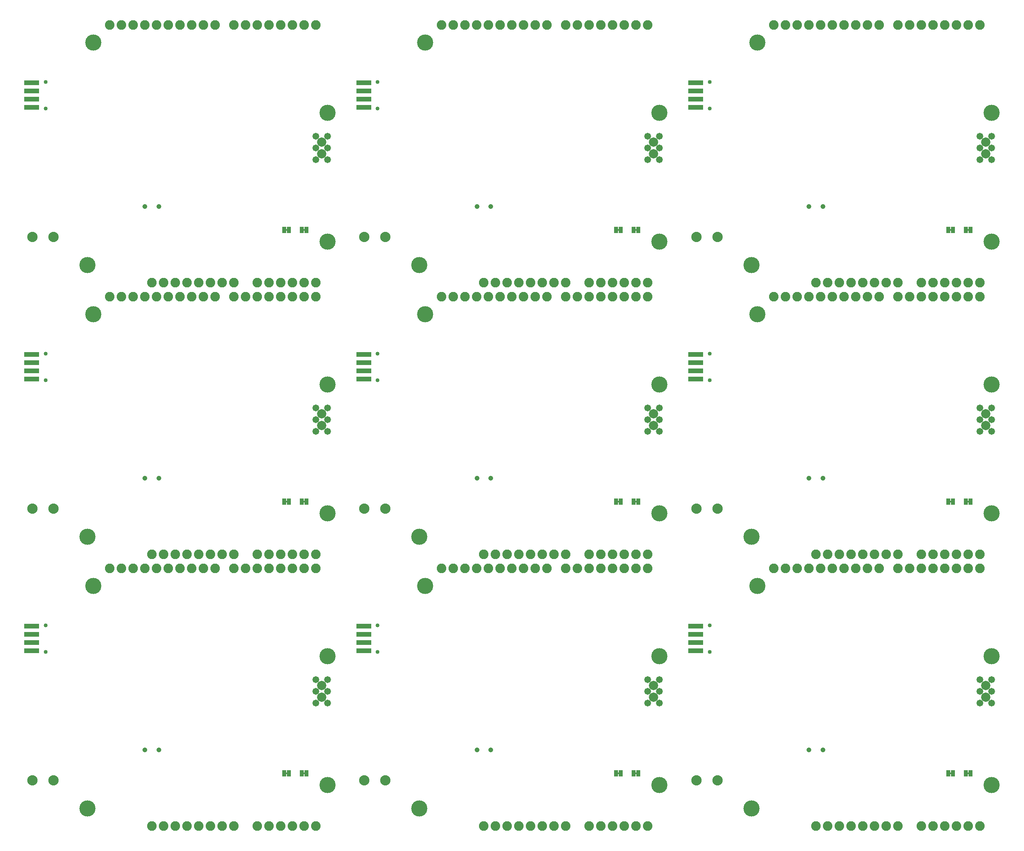
<source format=gbs>
G04 EAGLE Gerber RS-274X export*
G75*
%MOMM*%
%FSLAX34Y34*%
%LPD*%
%INSoldermask Bottom*%
%IPPOS*%
%AMOC8*
5,1,8,0,0,1.08239X$1,22.5*%
G01*
%ADD10C,3.505200*%
%ADD11C,2.003200*%
%ADD12C,1.473200*%
%ADD13C,2.235200*%
%ADD14C,0.853200*%
%ADD15R,0.838200X1.473200*%
%ADD16R,3.203200X1.103200*%
%ADD17C,1.053200*%
%ADD18C,2.082800*%

G36*
X611570Y1303667D02*
X611570Y1303667D01*
X611636Y1303669D01*
X611679Y1303687D01*
X611726Y1303695D01*
X611783Y1303729D01*
X611843Y1303754D01*
X611878Y1303785D01*
X611919Y1303810D01*
X611961Y1303861D01*
X612009Y1303905D01*
X612031Y1303947D01*
X612060Y1303984D01*
X612081Y1304046D01*
X612112Y1304105D01*
X612120Y1304159D01*
X612132Y1304196D01*
X612131Y1304236D01*
X612139Y1304290D01*
X612139Y1306830D01*
X612128Y1306895D01*
X612126Y1306961D01*
X612108Y1307004D01*
X612100Y1307051D01*
X612066Y1307108D01*
X612041Y1307168D01*
X612010Y1307203D01*
X611985Y1307244D01*
X611934Y1307286D01*
X611890Y1307334D01*
X611848Y1307356D01*
X611811Y1307385D01*
X611749Y1307406D01*
X611690Y1307437D01*
X611636Y1307445D01*
X611599Y1307457D01*
X611559Y1307456D01*
X611505Y1307464D01*
X607695Y1307464D01*
X607630Y1307453D01*
X607564Y1307451D01*
X607521Y1307433D01*
X607474Y1307425D01*
X607417Y1307391D01*
X607357Y1307366D01*
X607322Y1307335D01*
X607281Y1307310D01*
X607240Y1307259D01*
X607191Y1307215D01*
X607169Y1307173D01*
X607140Y1307136D01*
X607119Y1307074D01*
X607088Y1307015D01*
X607080Y1306961D01*
X607068Y1306924D01*
X607068Y1306921D01*
X607069Y1306884D01*
X607061Y1306830D01*
X607061Y1304290D01*
X607072Y1304225D01*
X607074Y1304159D01*
X607092Y1304116D01*
X607100Y1304069D01*
X607134Y1304012D01*
X607159Y1303952D01*
X607190Y1303917D01*
X607215Y1303876D01*
X607266Y1303835D01*
X607310Y1303786D01*
X607352Y1303764D01*
X607389Y1303735D01*
X607451Y1303714D01*
X607510Y1303683D01*
X607564Y1303675D01*
X607601Y1303663D01*
X607641Y1303664D01*
X607695Y1303656D01*
X611505Y1303656D01*
X611570Y1303667D01*
G37*
G36*
X1331660Y1303667D02*
X1331660Y1303667D01*
X1331726Y1303669D01*
X1331769Y1303687D01*
X1331816Y1303695D01*
X1331873Y1303729D01*
X1331933Y1303754D01*
X1331968Y1303785D01*
X1332009Y1303810D01*
X1332051Y1303861D01*
X1332099Y1303905D01*
X1332121Y1303947D01*
X1332150Y1303984D01*
X1332171Y1304046D01*
X1332202Y1304105D01*
X1332210Y1304159D01*
X1332222Y1304196D01*
X1332221Y1304236D01*
X1332229Y1304290D01*
X1332229Y1306830D01*
X1332218Y1306895D01*
X1332216Y1306961D01*
X1332198Y1307004D01*
X1332190Y1307051D01*
X1332156Y1307108D01*
X1332131Y1307168D01*
X1332100Y1307203D01*
X1332075Y1307244D01*
X1332024Y1307286D01*
X1331980Y1307334D01*
X1331938Y1307356D01*
X1331901Y1307385D01*
X1331839Y1307406D01*
X1331780Y1307437D01*
X1331726Y1307445D01*
X1331689Y1307457D01*
X1331649Y1307456D01*
X1331595Y1307464D01*
X1327785Y1307464D01*
X1327720Y1307453D01*
X1327654Y1307451D01*
X1327611Y1307433D01*
X1327564Y1307425D01*
X1327507Y1307391D01*
X1327447Y1307366D01*
X1327412Y1307335D01*
X1327371Y1307310D01*
X1327330Y1307259D01*
X1327281Y1307215D01*
X1327259Y1307173D01*
X1327230Y1307136D01*
X1327209Y1307074D01*
X1327178Y1307015D01*
X1327170Y1306961D01*
X1327158Y1306924D01*
X1327158Y1306921D01*
X1327159Y1306884D01*
X1327151Y1306830D01*
X1327151Y1304290D01*
X1327162Y1304225D01*
X1327164Y1304159D01*
X1327182Y1304116D01*
X1327190Y1304069D01*
X1327224Y1304012D01*
X1327249Y1303952D01*
X1327280Y1303917D01*
X1327305Y1303876D01*
X1327356Y1303835D01*
X1327400Y1303786D01*
X1327442Y1303764D01*
X1327479Y1303735D01*
X1327541Y1303714D01*
X1327600Y1303683D01*
X1327654Y1303675D01*
X1327691Y1303663D01*
X1327731Y1303664D01*
X1327785Y1303656D01*
X1331595Y1303656D01*
X1331660Y1303667D01*
G37*
G36*
X573470Y1303667D02*
X573470Y1303667D01*
X573536Y1303669D01*
X573579Y1303687D01*
X573626Y1303695D01*
X573683Y1303729D01*
X573743Y1303754D01*
X573778Y1303785D01*
X573819Y1303810D01*
X573861Y1303861D01*
X573909Y1303905D01*
X573931Y1303947D01*
X573960Y1303984D01*
X573981Y1304046D01*
X574012Y1304105D01*
X574020Y1304159D01*
X574032Y1304196D01*
X574031Y1304236D01*
X574039Y1304290D01*
X574039Y1306830D01*
X574028Y1306895D01*
X574026Y1306961D01*
X574008Y1307004D01*
X574000Y1307051D01*
X573966Y1307108D01*
X573941Y1307168D01*
X573910Y1307203D01*
X573885Y1307244D01*
X573834Y1307286D01*
X573790Y1307334D01*
X573748Y1307356D01*
X573711Y1307385D01*
X573649Y1307406D01*
X573590Y1307437D01*
X573536Y1307445D01*
X573499Y1307457D01*
X573459Y1307456D01*
X573405Y1307464D01*
X569595Y1307464D01*
X569530Y1307453D01*
X569464Y1307451D01*
X569421Y1307433D01*
X569374Y1307425D01*
X569317Y1307391D01*
X569257Y1307366D01*
X569222Y1307335D01*
X569181Y1307310D01*
X569140Y1307259D01*
X569091Y1307215D01*
X569069Y1307173D01*
X569040Y1307136D01*
X569019Y1307074D01*
X568988Y1307015D01*
X568980Y1306961D01*
X568968Y1306924D01*
X568968Y1306921D01*
X568969Y1306884D01*
X568961Y1306830D01*
X568961Y1304290D01*
X568972Y1304225D01*
X568974Y1304159D01*
X568992Y1304116D01*
X569000Y1304069D01*
X569034Y1304012D01*
X569059Y1303952D01*
X569090Y1303917D01*
X569115Y1303876D01*
X569166Y1303835D01*
X569210Y1303786D01*
X569252Y1303764D01*
X569289Y1303735D01*
X569351Y1303714D01*
X569410Y1303683D01*
X569464Y1303675D01*
X569501Y1303663D01*
X569541Y1303664D01*
X569595Y1303656D01*
X573405Y1303656D01*
X573470Y1303667D01*
G37*
G36*
X2051750Y1303667D02*
X2051750Y1303667D01*
X2051816Y1303669D01*
X2051859Y1303687D01*
X2051906Y1303695D01*
X2051963Y1303729D01*
X2052023Y1303754D01*
X2052058Y1303785D01*
X2052099Y1303810D01*
X2052141Y1303861D01*
X2052189Y1303905D01*
X2052211Y1303947D01*
X2052240Y1303984D01*
X2052261Y1304046D01*
X2052292Y1304105D01*
X2052300Y1304159D01*
X2052312Y1304196D01*
X2052311Y1304236D01*
X2052319Y1304290D01*
X2052319Y1306830D01*
X2052308Y1306895D01*
X2052306Y1306961D01*
X2052288Y1307004D01*
X2052280Y1307051D01*
X2052246Y1307108D01*
X2052221Y1307168D01*
X2052190Y1307203D01*
X2052165Y1307244D01*
X2052114Y1307286D01*
X2052070Y1307334D01*
X2052028Y1307356D01*
X2051991Y1307385D01*
X2051929Y1307406D01*
X2051870Y1307437D01*
X2051816Y1307445D01*
X2051779Y1307457D01*
X2051739Y1307456D01*
X2051685Y1307464D01*
X2047875Y1307464D01*
X2047810Y1307453D01*
X2047744Y1307451D01*
X2047701Y1307433D01*
X2047654Y1307425D01*
X2047597Y1307391D01*
X2047537Y1307366D01*
X2047502Y1307335D01*
X2047461Y1307310D01*
X2047420Y1307259D01*
X2047371Y1307215D01*
X2047349Y1307173D01*
X2047320Y1307136D01*
X2047299Y1307074D01*
X2047268Y1307015D01*
X2047260Y1306961D01*
X2047248Y1306924D01*
X2047248Y1306921D01*
X2047249Y1306884D01*
X2047241Y1306830D01*
X2047241Y1304290D01*
X2047252Y1304225D01*
X2047254Y1304159D01*
X2047272Y1304116D01*
X2047280Y1304069D01*
X2047314Y1304012D01*
X2047339Y1303952D01*
X2047370Y1303917D01*
X2047395Y1303876D01*
X2047446Y1303835D01*
X2047490Y1303786D01*
X2047532Y1303764D01*
X2047569Y1303735D01*
X2047631Y1303714D01*
X2047690Y1303683D01*
X2047744Y1303675D01*
X2047781Y1303663D01*
X2047821Y1303664D01*
X2047875Y1303656D01*
X2051685Y1303656D01*
X2051750Y1303667D01*
G37*
G36*
X2013650Y1303667D02*
X2013650Y1303667D01*
X2013716Y1303669D01*
X2013759Y1303687D01*
X2013806Y1303695D01*
X2013863Y1303729D01*
X2013923Y1303754D01*
X2013958Y1303785D01*
X2013999Y1303810D01*
X2014041Y1303861D01*
X2014089Y1303905D01*
X2014111Y1303947D01*
X2014140Y1303984D01*
X2014161Y1304046D01*
X2014192Y1304105D01*
X2014200Y1304159D01*
X2014212Y1304196D01*
X2014211Y1304236D01*
X2014219Y1304290D01*
X2014219Y1306830D01*
X2014208Y1306895D01*
X2014206Y1306961D01*
X2014188Y1307004D01*
X2014180Y1307051D01*
X2014146Y1307108D01*
X2014121Y1307168D01*
X2014090Y1307203D01*
X2014065Y1307244D01*
X2014014Y1307286D01*
X2013970Y1307334D01*
X2013928Y1307356D01*
X2013891Y1307385D01*
X2013829Y1307406D01*
X2013770Y1307437D01*
X2013716Y1307445D01*
X2013679Y1307457D01*
X2013639Y1307456D01*
X2013585Y1307464D01*
X2009775Y1307464D01*
X2009710Y1307453D01*
X2009644Y1307451D01*
X2009601Y1307433D01*
X2009554Y1307425D01*
X2009497Y1307391D01*
X2009437Y1307366D01*
X2009402Y1307335D01*
X2009361Y1307310D01*
X2009320Y1307259D01*
X2009271Y1307215D01*
X2009249Y1307173D01*
X2009220Y1307136D01*
X2009199Y1307074D01*
X2009168Y1307015D01*
X2009160Y1306961D01*
X2009148Y1306924D01*
X2009148Y1306921D01*
X2009149Y1306884D01*
X2009141Y1306830D01*
X2009141Y1304290D01*
X2009152Y1304225D01*
X2009154Y1304159D01*
X2009172Y1304116D01*
X2009180Y1304069D01*
X2009214Y1304012D01*
X2009239Y1303952D01*
X2009270Y1303917D01*
X2009295Y1303876D01*
X2009346Y1303835D01*
X2009390Y1303786D01*
X2009432Y1303764D01*
X2009469Y1303735D01*
X2009531Y1303714D01*
X2009590Y1303683D01*
X2009644Y1303675D01*
X2009681Y1303663D01*
X2009721Y1303664D01*
X2009775Y1303656D01*
X2013585Y1303656D01*
X2013650Y1303667D01*
G37*
G36*
X1293560Y1303667D02*
X1293560Y1303667D01*
X1293626Y1303669D01*
X1293669Y1303687D01*
X1293716Y1303695D01*
X1293773Y1303729D01*
X1293833Y1303754D01*
X1293868Y1303785D01*
X1293909Y1303810D01*
X1293951Y1303861D01*
X1293999Y1303905D01*
X1294021Y1303947D01*
X1294050Y1303984D01*
X1294071Y1304046D01*
X1294102Y1304105D01*
X1294110Y1304159D01*
X1294122Y1304196D01*
X1294121Y1304236D01*
X1294129Y1304290D01*
X1294129Y1306830D01*
X1294118Y1306895D01*
X1294116Y1306961D01*
X1294098Y1307004D01*
X1294090Y1307051D01*
X1294056Y1307108D01*
X1294031Y1307168D01*
X1294000Y1307203D01*
X1293975Y1307244D01*
X1293924Y1307286D01*
X1293880Y1307334D01*
X1293838Y1307356D01*
X1293801Y1307385D01*
X1293739Y1307406D01*
X1293680Y1307437D01*
X1293626Y1307445D01*
X1293589Y1307457D01*
X1293549Y1307456D01*
X1293495Y1307464D01*
X1289685Y1307464D01*
X1289620Y1307453D01*
X1289554Y1307451D01*
X1289511Y1307433D01*
X1289464Y1307425D01*
X1289407Y1307391D01*
X1289347Y1307366D01*
X1289312Y1307335D01*
X1289271Y1307310D01*
X1289230Y1307259D01*
X1289181Y1307215D01*
X1289159Y1307173D01*
X1289130Y1307136D01*
X1289109Y1307074D01*
X1289078Y1307015D01*
X1289070Y1306961D01*
X1289058Y1306924D01*
X1289058Y1306921D01*
X1289059Y1306884D01*
X1289051Y1306830D01*
X1289051Y1304290D01*
X1289062Y1304225D01*
X1289064Y1304159D01*
X1289082Y1304116D01*
X1289090Y1304069D01*
X1289124Y1304012D01*
X1289149Y1303952D01*
X1289180Y1303917D01*
X1289205Y1303876D01*
X1289256Y1303835D01*
X1289300Y1303786D01*
X1289342Y1303764D01*
X1289379Y1303735D01*
X1289441Y1303714D01*
X1289500Y1303683D01*
X1289554Y1303675D01*
X1289591Y1303663D01*
X1289631Y1303664D01*
X1289685Y1303656D01*
X1293495Y1303656D01*
X1293560Y1303667D01*
G37*
G36*
X1293560Y714387D02*
X1293560Y714387D01*
X1293626Y714389D01*
X1293669Y714407D01*
X1293716Y714415D01*
X1293773Y714449D01*
X1293833Y714474D01*
X1293868Y714505D01*
X1293909Y714530D01*
X1293951Y714581D01*
X1293999Y714625D01*
X1294021Y714667D01*
X1294050Y714704D01*
X1294071Y714766D01*
X1294102Y714825D01*
X1294110Y714879D01*
X1294122Y714916D01*
X1294121Y714956D01*
X1294129Y715010D01*
X1294129Y717550D01*
X1294118Y717615D01*
X1294116Y717681D01*
X1294098Y717724D01*
X1294090Y717771D01*
X1294056Y717828D01*
X1294031Y717888D01*
X1294000Y717923D01*
X1293975Y717964D01*
X1293924Y718006D01*
X1293880Y718054D01*
X1293838Y718076D01*
X1293801Y718105D01*
X1293739Y718126D01*
X1293680Y718157D01*
X1293626Y718165D01*
X1293589Y718177D01*
X1293549Y718176D01*
X1293495Y718184D01*
X1289685Y718184D01*
X1289620Y718173D01*
X1289554Y718171D01*
X1289511Y718153D01*
X1289464Y718145D01*
X1289407Y718111D01*
X1289347Y718086D01*
X1289312Y718055D01*
X1289271Y718030D01*
X1289230Y717979D01*
X1289181Y717935D01*
X1289159Y717893D01*
X1289130Y717856D01*
X1289109Y717794D01*
X1289078Y717735D01*
X1289070Y717681D01*
X1289058Y717644D01*
X1289058Y717641D01*
X1289059Y717604D01*
X1289051Y717550D01*
X1289051Y715010D01*
X1289062Y714945D01*
X1289064Y714879D01*
X1289082Y714836D01*
X1289090Y714789D01*
X1289124Y714732D01*
X1289149Y714672D01*
X1289180Y714637D01*
X1289205Y714596D01*
X1289256Y714555D01*
X1289300Y714506D01*
X1289342Y714484D01*
X1289379Y714455D01*
X1289441Y714434D01*
X1289500Y714403D01*
X1289554Y714395D01*
X1289591Y714383D01*
X1289631Y714384D01*
X1289685Y714376D01*
X1293495Y714376D01*
X1293560Y714387D01*
G37*
G36*
X2013650Y714387D02*
X2013650Y714387D01*
X2013716Y714389D01*
X2013759Y714407D01*
X2013806Y714415D01*
X2013863Y714449D01*
X2013923Y714474D01*
X2013958Y714505D01*
X2013999Y714530D01*
X2014041Y714581D01*
X2014089Y714625D01*
X2014111Y714667D01*
X2014140Y714704D01*
X2014161Y714766D01*
X2014192Y714825D01*
X2014200Y714879D01*
X2014212Y714916D01*
X2014211Y714956D01*
X2014219Y715010D01*
X2014219Y717550D01*
X2014208Y717615D01*
X2014206Y717681D01*
X2014188Y717724D01*
X2014180Y717771D01*
X2014146Y717828D01*
X2014121Y717888D01*
X2014090Y717923D01*
X2014065Y717964D01*
X2014014Y718006D01*
X2013970Y718054D01*
X2013928Y718076D01*
X2013891Y718105D01*
X2013829Y718126D01*
X2013770Y718157D01*
X2013716Y718165D01*
X2013679Y718177D01*
X2013639Y718176D01*
X2013585Y718184D01*
X2009775Y718184D01*
X2009710Y718173D01*
X2009644Y718171D01*
X2009601Y718153D01*
X2009554Y718145D01*
X2009497Y718111D01*
X2009437Y718086D01*
X2009402Y718055D01*
X2009361Y718030D01*
X2009320Y717979D01*
X2009271Y717935D01*
X2009249Y717893D01*
X2009220Y717856D01*
X2009199Y717794D01*
X2009168Y717735D01*
X2009160Y717681D01*
X2009148Y717644D01*
X2009148Y717641D01*
X2009149Y717604D01*
X2009141Y717550D01*
X2009141Y715010D01*
X2009152Y714945D01*
X2009154Y714879D01*
X2009172Y714836D01*
X2009180Y714789D01*
X2009214Y714732D01*
X2009239Y714672D01*
X2009270Y714637D01*
X2009295Y714596D01*
X2009346Y714555D01*
X2009390Y714506D01*
X2009432Y714484D01*
X2009469Y714455D01*
X2009531Y714434D01*
X2009590Y714403D01*
X2009644Y714395D01*
X2009681Y714383D01*
X2009721Y714384D01*
X2009775Y714376D01*
X2013585Y714376D01*
X2013650Y714387D01*
G37*
G36*
X573470Y714387D02*
X573470Y714387D01*
X573536Y714389D01*
X573579Y714407D01*
X573626Y714415D01*
X573683Y714449D01*
X573743Y714474D01*
X573778Y714505D01*
X573819Y714530D01*
X573861Y714581D01*
X573909Y714625D01*
X573931Y714667D01*
X573960Y714704D01*
X573981Y714766D01*
X574012Y714825D01*
X574020Y714879D01*
X574032Y714916D01*
X574031Y714956D01*
X574039Y715010D01*
X574039Y717550D01*
X574028Y717615D01*
X574026Y717681D01*
X574008Y717724D01*
X574000Y717771D01*
X573966Y717828D01*
X573941Y717888D01*
X573910Y717923D01*
X573885Y717964D01*
X573834Y718006D01*
X573790Y718054D01*
X573748Y718076D01*
X573711Y718105D01*
X573649Y718126D01*
X573590Y718157D01*
X573536Y718165D01*
X573499Y718177D01*
X573459Y718176D01*
X573405Y718184D01*
X569595Y718184D01*
X569530Y718173D01*
X569464Y718171D01*
X569421Y718153D01*
X569374Y718145D01*
X569317Y718111D01*
X569257Y718086D01*
X569222Y718055D01*
X569181Y718030D01*
X569140Y717979D01*
X569091Y717935D01*
X569069Y717893D01*
X569040Y717856D01*
X569019Y717794D01*
X568988Y717735D01*
X568980Y717681D01*
X568968Y717644D01*
X568968Y717641D01*
X568969Y717604D01*
X568961Y717550D01*
X568961Y715010D01*
X568972Y714945D01*
X568974Y714879D01*
X568992Y714836D01*
X569000Y714789D01*
X569034Y714732D01*
X569059Y714672D01*
X569090Y714637D01*
X569115Y714596D01*
X569166Y714555D01*
X569210Y714506D01*
X569252Y714484D01*
X569289Y714455D01*
X569351Y714434D01*
X569410Y714403D01*
X569464Y714395D01*
X569501Y714383D01*
X569541Y714384D01*
X569595Y714376D01*
X573405Y714376D01*
X573470Y714387D01*
G37*
G36*
X611570Y714387D02*
X611570Y714387D01*
X611636Y714389D01*
X611679Y714407D01*
X611726Y714415D01*
X611783Y714449D01*
X611843Y714474D01*
X611878Y714505D01*
X611919Y714530D01*
X611961Y714581D01*
X612009Y714625D01*
X612031Y714667D01*
X612060Y714704D01*
X612081Y714766D01*
X612112Y714825D01*
X612120Y714879D01*
X612132Y714916D01*
X612131Y714956D01*
X612139Y715010D01*
X612139Y717550D01*
X612128Y717615D01*
X612126Y717681D01*
X612108Y717724D01*
X612100Y717771D01*
X612066Y717828D01*
X612041Y717888D01*
X612010Y717923D01*
X611985Y717964D01*
X611934Y718006D01*
X611890Y718054D01*
X611848Y718076D01*
X611811Y718105D01*
X611749Y718126D01*
X611690Y718157D01*
X611636Y718165D01*
X611599Y718177D01*
X611559Y718176D01*
X611505Y718184D01*
X607695Y718184D01*
X607630Y718173D01*
X607564Y718171D01*
X607521Y718153D01*
X607474Y718145D01*
X607417Y718111D01*
X607357Y718086D01*
X607322Y718055D01*
X607281Y718030D01*
X607240Y717979D01*
X607191Y717935D01*
X607169Y717893D01*
X607140Y717856D01*
X607119Y717794D01*
X607088Y717735D01*
X607080Y717681D01*
X607068Y717644D01*
X607068Y717641D01*
X607069Y717604D01*
X607061Y717550D01*
X607061Y715010D01*
X607072Y714945D01*
X607074Y714879D01*
X607092Y714836D01*
X607100Y714789D01*
X607134Y714732D01*
X607159Y714672D01*
X607190Y714637D01*
X607215Y714596D01*
X607266Y714555D01*
X607310Y714506D01*
X607352Y714484D01*
X607389Y714455D01*
X607451Y714434D01*
X607510Y714403D01*
X607564Y714395D01*
X607601Y714383D01*
X607641Y714384D01*
X607695Y714376D01*
X611505Y714376D01*
X611570Y714387D01*
G37*
G36*
X2051750Y714387D02*
X2051750Y714387D01*
X2051816Y714389D01*
X2051859Y714407D01*
X2051906Y714415D01*
X2051963Y714449D01*
X2052023Y714474D01*
X2052058Y714505D01*
X2052099Y714530D01*
X2052141Y714581D01*
X2052189Y714625D01*
X2052211Y714667D01*
X2052240Y714704D01*
X2052261Y714766D01*
X2052292Y714825D01*
X2052300Y714879D01*
X2052312Y714916D01*
X2052311Y714956D01*
X2052319Y715010D01*
X2052319Y717550D01*
X2052308Y717615D01*
X2052306Y717681D01*
X2052288Y717724D01*
X2052280Y717771D01*
X2052246Y717828D01*
X2052221Y717888D01*
X2052190Y717923D01*
X2052165Y717964D01*
X2052114Y718006D01*
X2052070Y718054D01*
X2052028Y718076D01*
X2051991Y718105D01*
X2051929Y718126D01*
X2051870Y718157D01*
X2051816Y718165D01*
X2051779Y718177D01*
X2051739Y718176D01*
X2051685Y718184D01*
X2047875Y718184D01*
X2047810Y718173D01*
X2047744Y718171D01*
X2047701Y718153D01*
X2047654Y718145D01*
X2047597Y718111D01*
X2047537Y718086D01*
X2047502Y718055D01*
X2047461Y718030D01*
X2047420Y717979D01*
X2047371Y717935D01*
X2047349Y717893D01*
X2047320Y717856D01*
X2047299Y717794D01*
X2047268Y717735D01*
X2047260Y717681D01*
X2047248Y717644D01*
X2047248Y717641D01*
X2047249Y717604D01*
X2047241Y717550D01*
X2047241Y715010D01*
X2047252Y714945D01*
X2047254Y714879D01*
X2047272Y714836D01*
X2047280Y714789D01*
X2047314Y714732D01*
X2047339Y714672D01*
X2047370Y714637D01*
X2047395Y714596D01*
X2047446Y714555D01*
X2047490Y714506D01*
X2047532Y714484D01*
X2047569Y714455D01*
X2047631Y714434D01*
X2047690Y714403D01*
X2047744Y714395D01*
X2047781Y714383D01*
X2047821Y714384D01*
X2047875Y714376D01*
X2051685Y714376D01*
X2051750Y714387D01*
G37*
G36*
X1331660Y714387D02*
X1331660Y714387D01*
X1331726Y714389D01*
X1331769Y714407D01*
X1331816Y714415D01*
X1331873Y714449D01*
X1331933Y714474D01*
X1331968Y714505D01*
X1332009Y714530D01*
X1332051Y714581D01*
X1332099Y714625D01*
X1332121Y714667D01*
X1332150Y714704D01*
X1332171Y714766D01*
X1332202Y714825D01*
X1332210Y714879D01*
X1332222Y714916D01*
X1332221Y714956D01*
X1332229Y715010D01*
X1332229Y717550D01*
X1332218Y717615D01*
X1332216Y717681D01*
X1332198Y717724D01*
X1332190Y717771D01*
X1332156Y717828D01*
X1332131Y717888D01*
X1332100Y717923D01*
X1332075Y717964D01*
X1332024Y718006D01*
X1331980Y718054D01*
X1331938Y718076D01*
X1331901Y718105D01*
X1331839Y718126D01*
X1331780Y718157D01*
X1331726Y718165D01*
X1331689Y718177D01*
X1331649Y718176D01*
X1331595Y718184D01*
X1327785Y718184D01*
X1327720Y718173D01*
X1327654Y718171D01*
X1327611Y718153D01*
X1327564Y718145D01*
X1327507Y718111D01*
X1327447Y718086D01*
X1327412Y718055D01*
X1327371Y718030D01*
X1327330Y717979D01*
X1327281Y717935D01*
X1327259Y717893D01*
X1327230Y717856D01*
X1327209Y717794D01*
X1327178Y717735D01*
X1327170Y717681D01*
X1327158Y717644D01*
X1327158Y717641D01*
X1327159Y717604D01*
X1327151Y717550D01*
X1327151Y715010D01*
X1327162Y714945D01*
X1327164Y714879D01*
X1327182Y714836D01*
X1327190Y714789D01*
X1327224Y714732D01*
X1327249Y714672D01*
X1327280Y714637D01*
X1327305Y714596D01*
X1327356Y714555D01*
X1327400Y714506D01*
X1327442Y714484D01*
X1327479Y714455D01*
X1327541Y714434D01*
X1327600Y714403D01*
X1327654Y714395D01*
X1327691Y714383D01*
X1327731Y714384D01*
X1327785Y714376D01*
X1331595Y714376D01*
X1331660Y714387D01*
G37*
G36*
X2051750Y125107D02*
X2051750Y125107D01*
X2051816Y125109D01*
X2051859Y125127D01*
X2051906Y125135D01*
X2051963Y125169D01*
X2052023Y125194D01*
X2052058Y125225D01*
X2052099Y125250D01*
X2052141Y125301D01*
X2052189Y125345D01*
X2052211Y125387D01*
X2052240Y125424D01*
X2052261Y125486D01*
X2052292Y125545D01*
X2052300Y125599D01*
X2052312Y125636D01*
X2052311Y125676D01*
X2052319Y125730D01*
X2052319Y128270D01*
X2052308Y128335D01*
X2052306Y128401D01*
X2052288Y128444D01*
X2052280Y128491D01*
X2052246Y128548D01*
X2052221Y128608D01*
X2052190Y128643D01*
X2052165Y128684D01*
X2052114Y128726D01*
X2052070Y128774D01*
X2052028Y128796D01*
X2051991Y128825D01*
X2051929Y128846D01*
X2051870Y128877D01*
X2051816Y128885D01*
X2051779Y128897D01*
X2051739Y128896D01*
X2051685Y128904D01*
X2047875Y128904D01*
X2047810Y128893D01*
X2047744Y128891D01*
X2047701Y128873D01*
X2047654Y128865D01*
X2047597Y128831D01*
X2047537Y128806D01*
X2047502Y128775D01*
X2047461Y128750D01*
X2047420Y128699D01*
X2047371Y128655D01*
X2047349Y128613D01*
X2047320Y128576D01*
X2047299Y128514D01*
X2047268Y128455D01*
X2047260Y128401D01*
X2047248Y128364D01*
X2047248Y128361D01*
X2047249Y128324D01*
X2047241Y128270D01*
X2047241Y125730D01*
X2047252Y125665D01*
X2047254Y125599D01*
X2047272Y125556D01*
X2047280Y125509D01*
X2047314Y125452D01*
X2047339Y125392D01*
X2047370Y125357D01*
X2047395Y125316D01*
X2047446Y125275D01*
X2047490Y125226D01*
X2047532Y125204D01*
X2047569Y125175D01*
X2047631Y125154D01*
X2047690Y125123D01*
X2047744Y125115D01*
X2047781Y125103D01*
X2047821Y125104D01*
X2047875Y125096D01*
X2051685Y125096D01*
X2051750Y125107D01*
G37*
G36*
X2013650Y125107D02*
X2013650Y125107D01*
X2013716Y125109D01*
X2013759Y125127D01*
X2013806Y125135D01*
X2013863Y125169D01*
X2013923Y125194D01*
X2013958Y125225D01*
X2013999Y125250D01*
X2014041Y125301D01*
X2014089Y125345D01*
X2014111Y125387D01*
X2014140Y125424D01*
X2014161Y125486D01*
X2014192Y125545D01*
X2014200Y125599D01*
X2014212Y125636D01*
X2014211Y125676D01*
X2014219Y125730D01*
X2014219Y128270D01*
X2014208Y128335D01*
X2014206Y128401D01*
X2014188Y128444D01*
X2014180Y128491D01*
X2014146Y128548D01*
X2014121Y128608D01*
X2014090Y128643D01*
X2014065Y128684D01*
X2014014Y128726D01*
X2013970Y128774D01*
X2013928Y128796D01*
X2013891Y128825D01*
X2013829Y128846D01*
X2013770Y128877D01*
X2013716Y128885D01*
X2013679Y128897D01*
X2013639Y128896D01*
X2013585Y128904D01*
X2009775Y128904D01*
X2009710Y128893D01*
X2009644Y128891D01*
X2009601Y128873D01*
X2009554Y128865D01*
X2009497Y128831D01*
X2009437Y128806D01*
X2009402Y128775D01*
X2009361Y128750D01*
X2009320Y128699D01*
X2009271Y128655D01*
X2009249Y128613D01*
X2009220Y128576D01*
X2009199Y128514D01*
X2009168Y128455D01*
X2009160Y128401D01*
X2009148Y128364D01*
X2009148Y128361D01*
X2009149Y128324D01*
X2009141Y128270D01*
X2009141Y125730D01*
X2009152Y125665D01*
X2009154Y125599D01*
X2009172Y125556D01*
X2009180Y125509D01*
X2009214Y125452D01*
X2009239Y125392D01*
X2009270Y125357D01*
X2009295Y125316D01*
X2009346Y125275D01*
X2009390Y125226D01*
X2009432Y125204D01*
X2009469Y125175D01*
X2009531Y125154D01*
X2009590Y125123D01*
X2009644Y125115D01*
X2009681Y125103D01*
X2009721Y125104D01*
X2009775Y125096D01*
X2013585Y125096D01*
X2013650Y125107D01*
G37*
G36*
X1331660Y125107D02*
X1331660Y125107D01*
X1331726Y125109D01*
X1331769Y125127D01*
X1331816Y125135D01*
X1331873Y125169D01*
X1331933Y125194D01*
X1331968Y125225D01*
X1332009Y125250D01*
X1332051Y125301D01*
X1332099Y125345D01*
X1332121Y125387D01*
X1332150Y125424D01*
X1332171Y125486D01*
X1332202Y125545D01*
X1332210Y125599D01*
X1332222Y125636D01*
X1332221Y125676D01*
X1332229Y125730D01*
X1332229Y128270D01*
X1332218Y128335D01*
X1332216Y128401D01*
X1332198Y128444D01*
X1332190Y128491D01*
X1332156Y128548D01*
X1332131Y128608D01*
X1332100Y128643D01*
X1332075Y128684D01*
X1332024Y128726D01*
X1331980Y128774D01*
X1331938Y128796D01*
X1331901Y128825D01*
X1331839Y128846D01*
X1331780Y128877D01*
X1331726Y128885D01*
X1331689Y128897D01*
X1331649Y128896D01*
X1331595Y128904D01*
X1327785Y128904D01*
X1327720Y128893D01*
X1327654Y128891D01*
X1327611Y128873D01*
X1327564Y128865D01*
X1327507Y128831D01*
X1327447Y128806D01*
X1327412Y128775D01*
X1327371Y128750D01*
X1327330Y128699D01*
X1327281Y128655D01*
X1327259Y128613D01*
X1327230Y128576D01*
X1327209Y128514D01*
X1327178Y128455D01*
X1327170Y128401D01*
X1327158Y128364D01*
X1327158Y128361D01*
X1327159Y128324D01*
X1327151Y128270D01*
X1327151Y125730D01*
X1327162Y125665D01*
X1327164Y125599D01*
X1327182Y125556D01*
X1327190Y125509D01*
X1327224Y125452D01*
X1327249Y125392D01*
X1327280Y125357D01*
X1327305Y125316D01*
X1327356Y125275D01*
X1327400Y125226D01*
X1327442Y125204D01*
X1327479Y125175D01*
X1327541Y125154D01*
X1327600Y125123D01*
X1327654Y125115D01*
X1327691Y125103D01*
X1327731Y125104D01*
X1327785Y125096D01*
X1331595Y125096D01*
X1331660Y125107D01*
G37*
G36*
X1293560Y125107D02*
X1293560Y125107D01*
X1293626Y125109D01*
X1293669Y125127D01*
X1293716Y125135D01*
X1293773Y125169D01*
X1293833Y125194D01*
X1293868Y125225D01*
X1293909Y125250D01*
X1293951Y125301D01*
X1293999Y125345D01*
X1294021Y125387D01*
X1294050Y125424D01*
X1294071Y125486D01*
X1294102Y125545D01*
X1294110Y125599D01*
X1294122Y125636D01*
X1294121Y125676D01*
X1294129Y125730D01*
X1294129Y128270D01*
X1294118Y128335D01*
X1294116Y128401D01*
X1294098Y128444D01*
X1294090Y128491D01*
X1294056Y128548D01*
X1294031Y128608D01*
X1294000Y128643D01*
X1293975Y128684D01*
X1293924Y128726D01*
X1293880Y128774D01*
X1293838Y128796D01*
X1293801Y128825D01*
X1293739Y128846D01*
X1293680Y128877D01*
X1293626Y128885D01*
X1293589Y128897D01*
X1293549Y128896D01*
X1293495Y128904D01*
X1289685Y128904D01*
X1289620Y128893D01*
X1289554Y128891D01*
X1289511Y128873D01*
X1289464Y128865D01*
X1289407Y128831D01*
X1289347Y128806D01*
X1289312Y128775D01*
X1289271Y128750D01*
X1289230Y128699D01*
X1289181Y128655D01*
X1289159Y128613D01*
X1289130Y128576D01*
X1289109Y128514D01*
X1289078Y128455D01*
X1289070Y128401D01*
X1289058Y128364D01*
X1289058Y128361D01*
X1289059Y128324D01*
X1289051Y128270D01*
X1289051Y125730D01*
X1289062Y125665D01*
X1289064Y125599D01*
X1289082Y125556D01*
X1289090Y125509D01*
X1289124Y125452D01*
X1289149Y125392D01*
X1289180Y125357D01*
X1289205Y125316D01*
X1289256Y125275D01*
X1289300Y125226D01*
X1289342Y125204D01*
X1289379Y125175D01*
X1289441Y125154D01*
X1289500Y125123D01*
X1289554Y125115D01*
X1289591Y125103D01*
X1289631Y125104D01*
X1289685Y125096D01*
X1293495Y125096D01*
X1293560Y125107D01*
G37*
G36*
X611570Y125107D02*
X611570Y125107D01*
X611636Y125109D01*
X611679Y125127D01*
X611726Y125135D01*
X611783Y125169D01*
X611843Y125194D01*
X611878Y125225D01*
X611919Y125250D01*
X611961Y125301D01*
X612009Y125345D01*
X612031Y125387D01*
X612060Y125424D01*
X612081Y125486D01*
X612112Y125545D01*
X612120Y125599D01*
X612132Y125636D01*
X612131Y125676D01*
X612139Y125730D01*
X612139Y128270D01*
X612128Y128335D01*
X612126Y128401D01*
X612108Y128444D01*
X612100Y128491D01*
X612066Y128548D01*
X612041Y128608D01*
X612010Y128643D01*
X611985Y128684D01*
X611934Y128726D01*
X611890Y128774D01*
X611848Y128796D01*
X611811Y128825D01*
X611749Y128846D01*
X611690Y128877D01*
X611636Y128885D01*
X611599Y128897D01*
X611559Y128896D01*
X611505Y128904D01*
X607695Y128904D01*
X607630Y128893D01*
X607564Y128891D01*
X607521Y128873D01*
X607474Y128865D01*
X607417Y128831D01*
X607357Y128806D01*
X607322Y128775D01*
X607281Y128750D01*
X607240Y128699D01*
X607191Y128655D01*
X607169Y128613D01*
X607140Y128576D01*
X607119Y128514D01*
X607088Y128455D01*
X607080Y128401D01*
X607068Y128364D01*
X607068Y128361D01*
X607069Y128324D01*
X607061Y128270D01*
X607061Y125730D01*
X607072Y125665D01*
X607074Y125599D01*
X607092Y125556D01*
X607100Y125509D01*
X607134Y125452D01*
X607159Y125392D01*
X607190Y125357D01*
X607215Y125316D01*
X607266Y125275D01*
X607310Y125226D01*
X607352Y125204D01*
X607389Y125175D01*
X607451Y125154D01*
X607510Y125123D01*
X607564Y125115D01*
X607601Y125103D01*
X607641Y125104D01*
X607695Y125096D01*
X611505Y125096D01*
X611570Y125107D01*
G37*
G36*
X573470Y125107D02*
X573470Y125107D01*
X573536Y125109D01*
X573579Y125127D01*
X573626Y125135D01*
X573683Y125169D01*
X573743Y125194D01*
X573778Y125225D01*
X573819Y125250D01*
X573861Y125301D01*
X573909Y125345D01*
X573931Y125387D01*
X573960Y125424D01*
X573981Y125486D01*
X574012Y125545D01*
X574020Y125599D01*
X574032Y125636D01*
X574031Y125676D01*
X574039Y125730D01*
X574039Y128270D01*
X574028Y128335D01*
X574026Y128401D01*
X574008Y128444D01*
X574000Y128491D01*
X573966Y128548D01*
X573941Y128608D01*
X573910Y128643D01*
X573885Y128684D01*
X573834Y128726D01*
X573790Y128774D01*
X573748Y128796D01*
X573711Y128825D01*
X573649Y128846D01*
X573590Y128877D01*
X573536Y128885D01*
X573499Y128897D01*
X573459Y128896D01*
X573405Y128904D01*
X569595Y128904D01*
X569530Y128893D01*
X569464Y128891D01*
X569421Y128873D01*
X569374Y128865D01*
X569317Y128831D01*
X569257Y128806D01*
X569222Y128775D01*
X569181Y128750D01*
X569140Y128699D01*
X569091Y128655D01*
X569069Y128613D01*
X569040Y128576D01*
X569019Y128514D01*
X568988Y128455D01*
X568980Y128401D01*
X568968Y128364D01*
X568968Y128361D01*
X568969Y128324D01*
X568961Y128270D01*
X568961Y125730D01*
X568972Y125665D01*
X568974Y125599D01*
X568992Y125556D01*
X569000Y125509D01*
X569034Y125452D01*
X569059Y125392D01*
X569090Y125357D01*
X569115Y125316D01*
X569166Y125275D01*
X569210Y125226D01*
X569252Y125204D01*
X569289Y125175D01*
X569351Y125154D01*
X569410Y125123D01*
X569464Y125115D01*
X569501Y125103D01*
X569541Y125104D01*
X569595Y125096D01*
X573405Y125096D01*
X573470Y125107D01*
G37*
D10*
X139700Y50800D03*
X660400Y101600D03*
X660400Y381000D03*
X152400Y533400D03*
D11*
X647700Y317500D03*
X647700Y292100D03*
D12*
X660400Y330200D03*
X660400Y304800D03*
X660400Y279400D03*
X635000Y330200D03*
X635000Y304800D03*
X635000Y279400D03*
D13*
X20320Y111760D03*
X66040Y111760D03*
D14*
X49050Y448000D03*
X49050Y390200D03*
D15*
X576580Y127000D03*
X566420Y127000D03*
X614680Y127000D03*
X604520Y127000D03*
D16*
X19050Y427990D03*
X19050Y445770D03*
X19050Y410210D03*
X19050Y392430D03*
D17*
X294400Y177800D03*
X264400Y177800D03*
D18*
X187960Y571500D03*
X213360Y571500D03*
X238760Y571500D03*
X264160Y571500D03*
X289560Y571500D03*
X314960Y571500D03*
X340360Y571500D03*
X365760Y571500D03*
X391160Y571500D03*
X416560Y571500D03*
X457200Y12700D03*
X431800Y12700D03*
X406400Y12700D03*
X381000Y12700D03*
X355600Y12700D03*
X330200Y12700D03*
X304800Y12700D03*
X279400Y12700D03*
X508000Y12700D03*
X533400Y12700D03*
X558800Y12700D03*
X584200Y12700D03*
X609600Y12700D03*
X635000Y12700D03*
X635000Y571500D03*
X609600Y571500D03*
X584200Y571500D03*
X558800Y571500D03*
X533400Y571500D03*
X508000Y571500D03*
X482600Y571500D03*
X457200Y571500D03*
D10*
X859790Y50800D03*
X1380490Y101600D03*
X1380490Y381000D03*
X872490Y533400D03*
D11*
X1367790Y317500D03*
X1367790Y292100D03*
D12*
X1380490Y330200D03*
X1380490Y304800D03*
X1380490Y279400D03*
X1355090Y330200D03*
X1355090Y304800D03*
X1355090Y279400D03*
D13*
X740410Y111760D03*
X786130Y111760D03*
D14*
X769140Y448000D03*
X769140Y390200D03*
D15*
X1296670Y127000D03*
X1286510Y127000D03*
X1334770Y127000D03*
X1324610Y127000D03*
D16*
X739140Y427990D03*
X739140Y445770D03*
X739140Y410210D03*
X739140Y392430D03*
D17*
X1014490Y177800D03*
X984490Y177800D03*
D18*
X908050Y571500D03*
X933450Y571500D03*
X958850Y571500D03*
X984250Y571500D03*
X1009650Y571500D03*
X1035050Y571500D03*
X1060450Y571500D03*
X1085850Y571500D03*
X1111250Y571500D03*
X1136650Y571500D03*
X1177290Y12700D03*
X1151890Y12700D03*
X1126490Y12700D03*
X1101090Y12700D03*
X1075690Y12700D03*
X1050290Y12700D03*
X1024890Y12700D03*
X999490Y12700D03*
X1228090Y12700D03*
X1253490Y12700D03*
X1278890Y12700D03*
X1304290Y12700D03*
X1329690Y12700D03*
X1355090Y12700D03*
X1355090Y571500D03*
X1329690Y571500D03*
X1304290Y571500D03*
X1278890Y571500D03*
X1253490Y571500D03*
X1228090Y571500D03*
X1202690Y571500D03*
X1177290Y571500D03*
D10*
X1579880Y50800D03*
X2100580Y101600D03*
X2100580Y381000D03*
X1592580Y533400D03*
D11*
X2087880Y317500D03*
X2087880Y292100D03*
D12*
X2100580Y330200D03*
X2100580Y304800D03*
X2100580Y279400D03*
X2075180Y330200D03*
X2075180Y304800D03*
X2075180Y279400D03*
D13*
X1460500Y111760D03*
X1506220Y111760D03*
D14*
X1489230Y448000D03*
X1489230Y390200D03*
D15*
X2016760Y127000D03*
X2006600Y127000D03*
X2054860Y127000D03*
X2044700Y127000D03*
D16*
X1459230Y427990D03*
X1459230Y445770D03*
X1459230Y410210D03*
X1459230Y392430D03*
D17*
X1734580Y177800D03*
X1704580Y177800D03*
D18*
X1628140Y571500D03*
X1653540Y571500D03*
X1678940Y571500D03*
X1704340Y571500D03*
X1729740Y571500D03*
X1755140Y571500D03*
X1780540Y571500D03*
X1805940Y571500D03*
X1831340Y571500D03*
X1856740Y571500D03*
X1897380Y12700D03*
X1871980Y12700D03*
X1846580Y12700D03*
X1821180Y12700D03*
X1795780Y12700D03*
X1770380Y12700D03*
X1744980Y12700D03*
X1719580Y12700D03*
X1948180Y12700D03*
X1973580Y12700D03*
X1998980Y12700D03*
X2024380Y12700D03*
X2049780Y12700D03*
X2075180Y12700D03*
X2075180Y571500D03*
X2049780Y571500D03*
X2024380Y571500D03*
X1998980Y571500D03*
X1973580Y571500D03*
X1948180Y571500D03*
X1922780Y571500D03*
X1897380Y571500D03*
D10*
X139700Y640080D03*
X660400Y690880D03*
X660400Y970280D03*
X152400Y1122680D03*
D11*
X647700Y906780D03*
X647700Y881380D03*
D12*
X660400Y919480D03*
X660400Y894080D03*
X660400Y868680D03*
X635000Y919480D03*
X635000Y894080D03*
X635000Y868680D03*
D13*
X20320Y701040D03*
X66040Y701040D03*
D14*
X49050Y1037280D03*
X49050Y979480D03*
D15*
X576580Y716280D03*
X566420Y716280D03*
X614680Y716280D03*
X604520Y716280D03*
D16*
X19050Y1017270D03*
X19050Y1035050D03*
X19050Y999490D03*
X19050Y981710D03*
D17*
X294400Y767080D03*
X264400Y767080D03*
D18*
X187960Y1160780D03*
X213360Y1160780D03*
X238760Y1160780D03*
X264160Y1160780D03*
X289560Y1160780D03*
X314960Y1160780D03*
X340360Y1160780D03*
X365760Y1160780D03*
X391160Y1160780D03*
X416560Y1160780D03*
X457200Y601980D03*
X431800Y601980D03*
X406400Y601980D03*
X381000Y601980D03*
X355600Y601980D03*
X330200Y601980D03*
X304800Y601980D03*
X279400Y601980D03*
X508000Y601980D03*
X533400Y601980D03*
X558800Y601980D03*
X584200Y601980D03*
X609600Y601980D03*
X635000Y601980D03*
X635000Y1160780D03*
X609600Y1160780D03*
X584200Y1160780D03*
X558800Y1160780D03*
X533400Y1160780D03*
X508000Y1160780D03*
X482600Y1160780D03*
X457200Y1160780D03*
D10*
X859790Y640080D03*
X1380490Y690880D03*
X1380490Y970280D03*
X872490Y1122680D03*
D11*
X1367790Y906780D03*
X1367790Y881380D03*
D12*
X1380490Y919480D03*
X1380490Y894080D03*
X1380490Y868680D03*
X1355090Y919480D03*
X1355090Y894080D03*
X1355090Y868680D03*
D13*
X740410Y701040D03*
X786130Y701040D03*
D14*
X769140Y1037280D03*
X769140Y979480D03*
D15*
X1296670Y716280D03*
X1286510Y716280D03*
X1334770Y716280D03*
X1324610Y716280D03*
D16*
X739140Y1017270D03*
X739140Y1035050D03*
X739140Y999490D03*
X739140Y981710D03*
D17*
X1014490Y767080D03*
X984490Y767080D03*
D18*
X908050Y1160780D03*
X933450Y1160780D03*
X958850Y1160780D03*
X984250Y1160780D03*
X1009650Y1160780D03*
X1035050Y1160780D03*
X1060450Y1160780D03*
X1085850Y1160780D03*
X1111250Y1160780D03*
X1136650Y1160780D03*
X1177290Y601980D03*
X1151890Y601980D03*
X1126490Y601980D03*
X1101090Y601980D03*
X1075690Y601980D03*
X1050290Y601980D03*
X1024890Y601980D03*
X999490Y601980D03*
X1228090Y601980D03*
X1253490Y601980D03*
X1278890Y601980D03*
X1304290Y601980D03*
X1329690Y601980D03*
X1355090Y601980D03*
X1355090Y1160780D03*
X1329690Y1160780D03*
X1304290Y1160780D03*
X1278890Y1160780D03*
X1253490Y1160780D03*
X1228090Y1160780D03*
X1202690Y1160780D03*
X1177290Y1160780D03*
D10*
X1579880Y640080D03*
X2100580Y690880D03*
X2100580Y970280D03*
X1592580Y1122680D03*
D11*
X2087880Y906780D03*
X2087880Y881380D03*
D12*
X2100580Y919480D03*
X2100580Y894080D03*
X2100580Y868680D03*
X2075180Y919480D03*
X2075180Y894080D03*
X2075180Y868680D03*
D13*
X1460500Y701040D03*
X1506220Y701040D03*
D14*
X1489230Y1037280D03*
X1489230Y979480D03*
D15*
X2016760Y716280D03*
X2006600Y716280D03*
X2054860Y716280D03*
X2044700Y716280D03*
D16*
X1459230Y1017270D03*
X1459230Y1035050D03*
X1459230Y999490D03*
X1459230Y981710D03*
D17*
X1734580Y767080D03*
X1704580Y767080D03*
D18*
X1628140Y1160780D03*
X1653540Y1160780D03*
X1678940Y1160780D03*
X1704340Y1160780D03*
X1729740Y1160780D03*
X1755140Y1160780D03*
X1780540Y1160780D03*
X1805940Y1160780D03*
X1831340Y1160780D03*
X1856740Y1160780D03*
X1897380Y601980D03*
X1871980Y601980D03*
X1846580Y601980D03*
X1821180Y601980D03*
X1795780Y601980D03*
X1770380Y601980D03*
X1744980Y601980D03*
X1719580Y601980D03*
X1948180Y601980D03*
X1973580Y601980D03*
X1998980Y601980D03*
X2024380Y601980D03*
X2049780Y601980D03*
X2075180Y601980D03*
X2075180Y1160780D03*
X2049780Y1160780D03*
X2024380Y1160780D03*
X1998980Y1160780D03*
X1973580Y1160780D03*
X1948180Y1160780D03*
X1922780Y1160780D03*
X1897380Y1160780D03*
D10*
X139700Y1229360D03*
X660400Y1280160D03*
X660400Y1559560D03*
X152400Y1711960D03*
D11*
X647700Y1496060D03*
X647700Y1470660D03*
D12*
X660400Y1508760D03*
X660400Y1483360D03*
X660400Y1457960D03*
X635000Y1508760D03*
X635000Y1483360D03*
X635000Y1457960D03*
D13*
X20320Y1290320D03*
X66040Y1290320D03*
D14*
X49050Y1626560D03*
X49050Y1568760D03*
D15*
X576580Y1305560D03*
X566420Y1305560D03*
X614680Y1305560D03*
X604520Y1305560D03*
D16*
X19050Y1606550D03*
X19050Y1624330D03*
X19050Y1588770D03*
X19050Y1570990D03*
D17*
X294400Y1356360D03*
X264400Y1356360D03*
D18*
X187960Y1750060D03*
X213360Y1750060D03*
X238760Y1750060D03*
X264160Y1750060D03*
X289560Y1750060D03*
X314960Y1750060D03*
X340360Y1750060D03*
X365760Y1750060D03*
X391160Y1750060D03*
X416560Y1750060D03*
X457200Y1191260D03*
X431800Y1191260D03*
X406400Y1191260D03*
X381000Y1191260D03*
X355600Y1191260D03*
X330200Y1191260D03*
X304800Y1191260D03*
X279400Y1191260D03*
X508000Y1191260D03*
X533400Y1191260D03*
X558800Y1191260D03*
X584200Y1191260D03*
X609600Y1191260D03*
X635000Y1191260D03*
X635000Y1750060D03*
X609600Y1750060D03*
X584200Y1750060D03*
X558800Y1750060D03*
X533400Y1750060D03*
X508000Y1750060D03*
X482600Y1750060D03*
X457200Y1750060D03*
D10*
X859790Y1229360D03*
X1380490Y1280160D03*
X1380490Y1559560D03*
X872490Y1711960D03*
D11*
X1367790Y1496060D03*
X1367790Y1470660D03*
D12*
X1380490Y1508760D03*
X1380490Y1483360D03*
X1380490Y1457960D03*
X1355090Y1508760D03*
X1355090Y1483360D03*
X1355090Y1457960D03*
D13*
X740410Y1290320D03*
X786130Y1290320D03*
D14*
X769140Y1626560D03*
X769140Y1568760D03*
D15*
X1296670Y1305560D03*
X1286510Y1305560D03*
X1334770Y1305560D03*
X1324610Y1305560D03*
D16*
X739140Y1606550D03*
X739140Y1624330D03*
X739140Y1588770D03*
X739140Y1570990D03*
D17*
X1014490Y1356360D03*
X984490Y1356360D03*
D18*
X908050Y1750060D03*
X933450Y1750060D03*
X958850Y1750060D03*
X984250Y1750060D03*
X1009650Y1750060D03*
X1035050Y1750060D03*
X1060450Y1750060D03*
X1085850Y1750060D03*
X1111250Y1750060D03*
X1136650Y1750060D03*
X1177290Y1191260D03*
X1151890Y1191260D03*
X1126490Y1191260D03*
X1101090Y1191260D03*
X1075690Y1191260D03*
X1050290Y1191260D03*
X1024890Y1191260D03*
X999490Y1191260D03*
X1228090Y1191260D03*
X1253490Y1191260D03*
X1278890Y1191260D03*
X1304290Y1191260D03*
X1329690Y1191260D03*
X1355090Y1191260D03*
X1355090Y1750060D03*
X1329690Y1750060D03*
X1304290Y1750060D03*
X1278890Y1750060D03*
X1253490Y1750060D03*
X1228090Y1750060D03*
X1202690Y1750060D03*
X1177290Y1750060D03*
D10*
X1579880Y1229360D03*
X2100580Y1280160D03*
X2100580Y1559560D03*
X1592580Y1711960D03*
D11*
X2087880Y1496060D03*
X2087880Y1470660D03*
D12*
X2100580Y1508760D03*
X2100580Y1483360D03*
X2100580Y1457960D03*
X2075180Y1508760D03*
X2075180Y1483360D03*
X2075180Y1457960D03*
D13*
X1460500Y1290320D03*
X1506220Y1290320D03*
D14*
X1489230Y1626560D03*
X1489230Y1568760D03*
D15*
X2016760Y1305560D03*
X2006600Y1305560D03*
X2054860Y1305560D03*
X2044700Y1305560D03*
D16*
X1459230Y1606550D03*
X1459230Y1624330D03*
X1459230Y1588770D03*
X1459230Y1570990D03*
D17*
X1734580Y1356360D03*
X1704580Y1356360D03*
D18*
X1628140Y1750060D03*
X1653540Y1750060D03*
X1678940Y1750060D03*
X1704340Y1750060D03*
X1729740Y1750060D03*
X1755140Y1750060D03*
X1780540Y1750060D03*
X1805940Y1750060D03*
X1831340Y1750060D03*
X1856740Y1750060D03*
X1897380Y1191260D03*
X1871980Y1191260D03*
X1846580Y1191260D03*
X1821180Y1191260D03*
X1795780Y1191260D03*
X1770380Y1191260D03*
X1744980Y1191260D03*
X1719580Y1191260D03*
X1948180Y1191260D03*
X1973580Y1191260D03*
X1998980Y1191260D03*
X2024380Y1191260D03*
X2049780Y1191260D03*
X2075180Y1191260D03*
X2075180Y1750060D03*
X2049780Y1750060D03*
X2024380Y1750060D03*
X1998980Y1750060D03*
X1973580Y1750060D03*
X1948180Y1750060D03*
X1922780Y1750060D03*
X1897380Y1750060D03*
M02*

</source>
